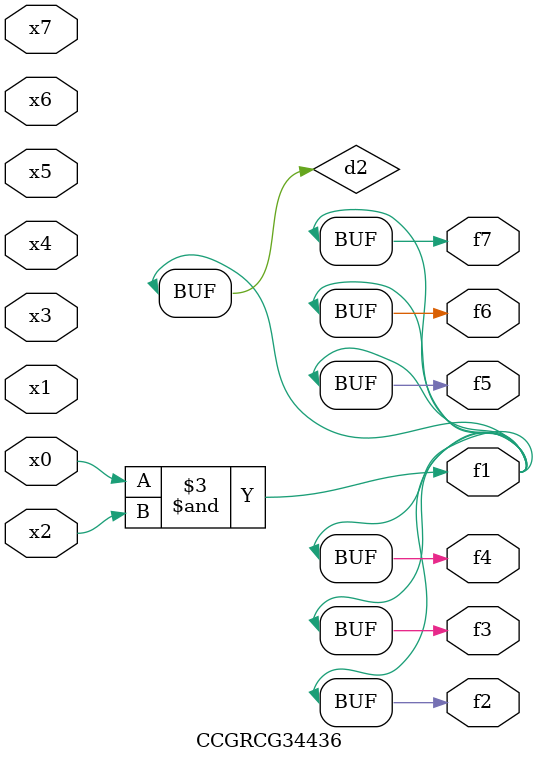
<source format=v>
module CCGRCG34436(
	input x0, x1, x2, x3, x4, x5, x6, x7,
	output f1, f2, f3, f4, f5, f6, f7
);

	wire d1, d2;

	nor (d1, x3, x6);
	and (d2, x0, x2);
	assign f1 = d2;
	assign f2 = d2;
	assign f3 = d2;
	assign f4 = d2;
	assign f5 = d2;
	assign f6 = d2;
	assign f7 = d2;
endmodule

</source>
